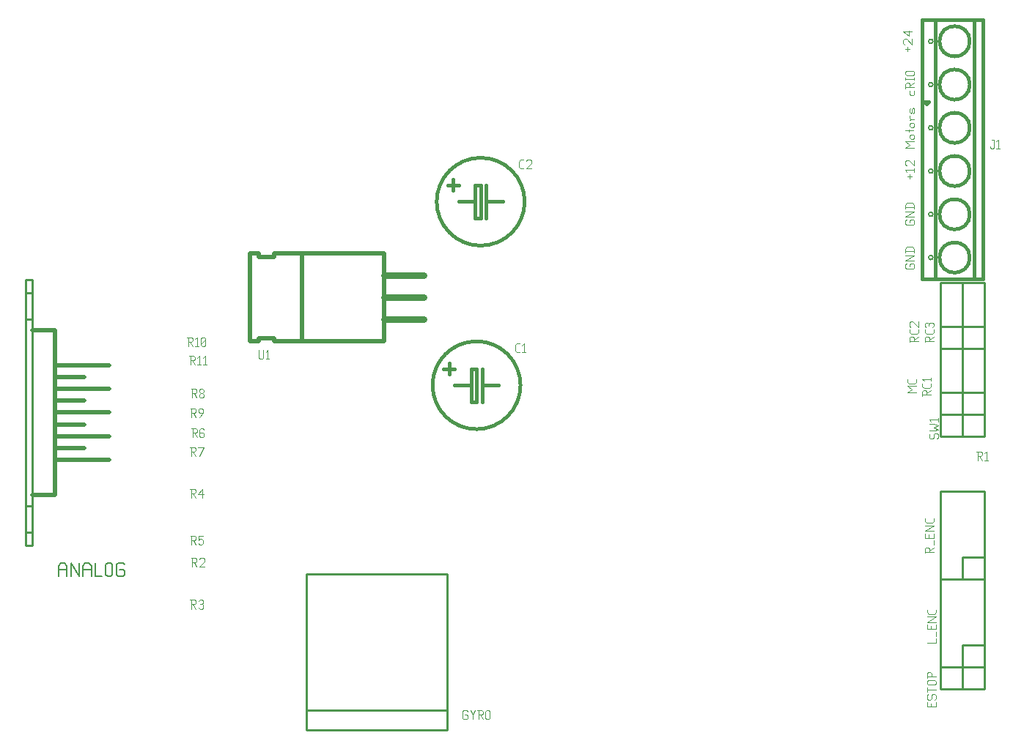
<source format=gbr>
G04 start of page 8 for group -4079 idx -4079 *
G04 Title: (unknown), topsilk *
G04 Creator: pcb 20110918 *
G04 CreationDate: Tue 12 Jun 2012 03:33:29 PM GMT UTC *
G04 For: ed *
G04 Format: Gerber/RS-274X *
G04 PCB-Dimensions: 450000 325000 *
G04 PCB-Coordinate-Origin: lower left *
%MOIN*%
%FSLAX25Y25*%
%LNTOPSILK*%
%ADD79C,0.0042*%
%ADD78C,0.0060*%
%ADD77C,0.0200*%
%ADD76C,0.0300*%
%ADD75C,0.0050*%
%ADD74C,0.0100*%
%ADD73C,0.0150*%
%ADD72C,0.0040*%
G54D72*X403000Y292000D02*Y290500D01*
X403500Y290000D02*X403000Y290500D01*
X403500Y290000D02*X404500D01*
X405000Y290500D01*
Y292000D02*Y290500D01*
X401000Y295200D02*Y293200D01*
Y295200D02*X401500Y295700D01*
X402500D01*
X403000Y295200D02*X402500Y295700D01*
X403000Y295200D02*Y293700D01*
X401000D02*X405000D01*
X403000Y294500D02*X405000Y295700D01*
X401000Y297900D02*Y296900D01*
Y297400D02*X405000D01*
Y297900D02*Y296900D01*
X401500Y299100D02*X404500D01*
X401500D02*X401000Y299600D01*
Y300600D02*Y299600D01*
Y300600D02*X401500Y301100D01*
X404500D01*
X405000Y300600D02*X404500Y301100D01*
X405000Y300600D02*Y299600D01*
X404500Y299100D02*X405000Y299600D01*
X402000Y312000D02*Y310000D01*
X401000Y311000D02*X403000D01*
X400500Y313200D02*X400000Y313700D01*
Y315200D02*Y313700D01*
Y315200D02*X400500Y315700D01*
X401500D01*
X404000Y313200D02*X401500Y315700D01*
X404000D02*Y313200D01*
X402500Y316900D02*X400000Y318900D01*
X402500Y319400D02*Y316900D01*
X400000Y318900D02*X404000D01*
X401000Y233000D02*X401500Y233500D01*
X401000Y233000D02*Y231500D01*
X401500Y231000D02*X401000Y231500D01*
X401500Y231000D02*X404500D01*
X405000Y231500D01*
Y233000D02*Y231500D01*
Y233000D02*X404500Y233500D01*
X403500D02*X404500D01*
X403000Y233000D02*X403500Y233500D01*
X403000Y233000D02*Y232000D01*
X401000Y234700D02*X405000D01*
X401000D02*X405000Y237200D01*
X401000D02*X405000D01*
X401000Y238900D02*X405000D01*
X401000Y240200D02*X401700Y240900D01*
X404300D01*
X405000Y240200D02*X404300Y240900D01*
X405000Y240200D02*Y238400D01*
X401000Y240200D02*Y238400D01*
Y213000D02*X401500Y213500D01*
X401000Y213000D02*Y211500D01*
X401500Y211000D02*X401000Y211500D01*
X401500Y211000D02*X404500D01*
X405000Y211500D01*
Y213000D02*Y211500D01*
Y213000D02*X404500Y213500D01*
X403500D02*X404500D01*
X403000Y213000D02*X403500Y213500D01*
X403000Y213000D02*Y212000D01*
X401000Y214700D02*X405000D01*
X401000D02*X405000Y217200D01*
X401000D02*X405000D01*
X401000Y218900D02*X405000D01*
X401000Y220200D02*X401700Y220900D01*
X404300D01*
X405000Y220200D02*X404300Y220900D01*
X405000Y220200D02*Y218400D01*
X401000Y220200D02*Y218400D01*
Y266000D02*X405000D01*
X401000D02*X403000Y267500D01*
X401000Y269000D01*
X405000D01*
X403500Y270200D02*X404500D01*
X403500D02*X403000Y270700D01*
Y271700D02*Y270700D01*
Y271700D02*X403500Y272200D01*
X404500D01*
X405000Y271700D02*X404500Y272200D01*
X405000Y271700D02*Y270700D01*
X404500Y270200D02*X405000Y270700D01*
X401000Y273900D02*X404500D01*
X405000Y274400D01*
X402500D02*Y273400D01*
X403500Y275400D02*X404500D01*
X403500D02*X403000Y275900D01*
Y276900D02*Y275900D01*
Y276900D02*X403500Y277400D01*
X404500D01*
X405000Y276900D02*X404500Y277400D01*
X405000Y276900D02*Y275900D01*
X404500Y275400D02*X405000Y275900D01*
X403500Y279100D02*X405000D01*
X403500D02*X403000Y279600D01*
Y280600D02*Y279600D01*
Y278600D02*X403500Y279100D01*
X405000Y283800D02*Y282300D01*
Y283800D02*X404500Y284300D01*
X404000Y283800D02*X404500Y284300D01*
X404000Y283800D02*Y282300D01*
X403500Y281800D02*X404000Y282300D01*
X403500Y281800D02*X403000Y282300D01*
Y283800D02*Y282300D01*
Y283800D02*X403500Y284300D01*
X404500Y281800D02*X405000Y282300D01*
X403000Y254000D02*Y252000D01*
X402000Y253000D02*X404000D01*
X401800Y255200D02*X401000Y256000D01*
X405000D01*
Y256700D02*Y255200D01*
X401500Y257900D02*X401000Y258400D01*
Y259900D02*Y258400D01*
Y259900D02*X401500Y260400D01*
X402500D01*
X405000Y257900D02*X402500Y260400D01*
X405000D02*Y257900D01*
G54D73*X193500Y168000D02*Y163000D01*
X191000Y165500D02*X196000D01*
X208500D02*Y150500D01*
X203500Y158000D02*X196000D01*
X208500D02*X216000D01*
X206000Y165500D02*Y150500D01*
X203500D01*
Y165500D01*
X206000D01*
Y178000D02*G75*G03X186000Y158000I0J-20000D01*G01*
X226000D02*G75*G03X206000Y178000I-20000J0D01*G01*
Y138000D02*G75*G03X226000Y158000I0J20000D01*G01*
X186000D02*G75*G03X206000Y138000I20000J0D01*G01*
G54D74*X128500Y10000D02*X192300D01*
X192500Y72000D02*Y1000D01*
X128500Y72000D02*X192500D01*
X128500D02*Y1000D01*
X192500D01*
X436900Y204570D02*Y174570D01*
X426900Y204570D02*X436900D01*
X426900D02*Y174570D01*
X436900D01*
X426900Y184570D02*X436900D01*
X426900D02*Y174570D01*
Y204570D02*Y174570D01*
X416900Y204570D02*X426900D01*
X416900D02*Y174570D01*
X426900D01*
X416900Y184570D02*X426900D01*
X416900D02*Y174570D01*
G54D73*X408652Y324413D02*Y206301D01*
X436211Y324413D02*Y206301D01*
X414557Y324413D02*Y206301D01*
X408652Y324413D02*X436211D01*
X408652Y206301D02*X436211D01*
X432274Y324413D02*Y206301D01*
X410620Y286027D02*X409636Y287011D01*
X411604D01*
X410620Y286027D01*
G54D75*X411605Y314570D02*G75*G03X411605Y314570I984J0D01*G01*
Y294885D02*G75*G03X411605Y294885I984J0D01*G01*
Y275200D02*G75*G03X411605Y275200I984J0D01*G01*
Y255515D02*G75*G03X411605Y255515I984J0D01*G01*
Y235829D02*G75*G03X411605Y235829I984J0D01*G01*
Y216144D02*G75*G03X411605Y216144I984J0D01*G01*
G54D73*X416525Y314570D02*G75*G03X416525Y314570I6890J0D01*G01*
Y294885D02*G75*G03X416525Y294885I6890J0D01*G01*
Y275200D02*G75*G03X416525Y275200I6890J0D01*G01*
Y255515D02*G75*G03X416525Y255515I6890J0D01*G01*
Y235829D02*G75*G03X416525Y235829I6890J0D01*G01*
Y216144D02*G75*G03X416525Y216144I6890J0D01*G01*
G54D74*X426900Y174570D02*Y144570D01*
X416900Y174570D02*X426900D01*
X416900D02*Y144570D01*
X426900D01*
X416900Y154570D02*X426900D01*
X416900D02*Y144570D01*
X436900D02*Y134570D01*
X416900Y144570D02*X436900D01*
X416900D02*Y134570D01*
X436900D01*
X426900Y144570D02*X436900D01*
X426900D02*Y134570D01*
X436900Y174570D02*Y144570D01*
X426900Y174570D02*X436900D01*
X426900D02*Y144570D01*
X436900D01*
X426900Y154570D02*X436900D01*
X426900D02*Y144570D01*
X436900Y29570D02*Y19570D01*
X416900Y29570D02*X436900D01*
X416900D02*Y19570D01*
X436900D01*
X426900Y29570D02*X436900D01*
X426900D02*Y19570D01*
X436900Y69570D02*Y29570D01*
X416900Y69570D02*X436900D01*
X416900D02*Y29570D01*
X436900D01*
X426900Y39570D02*X436900D01*
X426900D02*Y29570D01*
X436900Y109570D02*Y69570D01*
X416900Y109570D02*X436900D01*
X416900D02*Y69570D01*
X436900D01*
X426900Y79570D02*X436900D01*
X426900D02*Y69570D01*
G54D73*X195400Y251570D02*Y246570D01*
X192900Y249070D02*X197900D01*
X210400D02*Y234070D01*
X205400Y241570D02*X197900D01*
X210400D02*X217900D01*
X207900Y249070D02*Y234070D01*
X205400D01*
Y249070D01*
X207900D01*
Y261570D02*G75*G03X187900Y241570I0J-20000D01*G01*
X227900D02*G75*G03X207900Y261570I-20000J0D01*G01*
Y221570D02*G75*G03X227900Y241570I0J20000D01*G01*
X187900D02*G75*G03X207900Y221570I20000J0D01*G01*
G54D76*X164000Y188000D02*X182000D01*
X164000Y198000D02*X182000D01*
X164000Y208000D02*X182000D01*
G54D77*X164000Y218000D02*Y178000D01*
X126500Y218000D02*X164000D01*
X126500D02*Y178000D01*
X164000D01*
X126500Y218000D02*Y178000D01*
X114000Y218000D02*X126500D01*
X114000D02*Y216500D01*
X107000D02*X114000D01*
X107000Y218000D02*Y216500D01*
X103000Y218000D02*X107000D01*
X103000D02*Y178000D01*
X107000D01*
Y179500D02*Y178000D01*
Y179500D02*X114000D01*
Y178000D01*
X126500D01*
G54D74*X900Y206170D02*X3900D01*
Y84970D01*
X900D01*
Y206170D01*
Y200170D02*X3900D01*
X900Y188170D02*X3900D01*
X900Y90970D02*X3900D01*
X900Y102970D02*X3900D01*
G54D77*Y183170D02*X14400D01*
Y107970D01*
X3900D01*
G54D74*Y183170D01*
G54D77*X39000Y123970D02*X14400D01*
X39000Y134770D02*X14400D01*
X39000Y145570D02*X14400D01*
X39000Y156370D02*X14400D01*
X39000Y167170D02*X14400D01*
X27800Y129370D02*X14400D01*
X27800Y140170D02*X14400D01*
X27800Y150970D02*X14400D01*
X27800Y161770D02*X14400D01*
G54D72*X412700Y13070D02*Y11570D01*
X414900Y13570D02*Y11570D01*
X410900D02*X414900D01*
X410900Y13570D02*Y11570D01*
Y16770D02*X411400Y17270D01*
X410900Y16770D02*Y15270D01*
X411400Y14770D02*X410900Y15270D01*
X411400Y14770D02*X412400D01*
X412900Y15270D01*
Y16770D02*Y15270D01*
Y16770D02*X413400Y17270D01*
X414400D01*
X414900Y16770D02*X414400Y17270D01*
X414900Y16770D02*Y15270D01*
X414400Y14770D02*X414900Y15270D01*
X410900Y20470D02*Y18470D01*
Y19470D02*X414900D01*
X411400Y21670D02*X414400D01*
X411400D02*X410900Y22170D01*
Y23170D02*Y22170D01*
Y23170D02*X411400Y23670D01*
X414400D01*
X414900Y23170D02*X414400Y23670D01*
X414900Y23170D02*Y22170D01*
X414400Y21670D02*X414900Y22170D01*
X410900Y25370D02*X414900D01*
X410900Y26870D02*Y24870D01*
Y26870D02*X411400Y27370D01*
X412400D01*
X412900Y26870D02*X412400Y27370D01*
X412900Y26870D02*Y25370D01*
X411900Y135570D02*X412400Y136070D01*
X411900Y135570D02*Y134070D01*
X412400Y133570D02*X411900Y134070D01*
X412400Y133570D02*X413400D01*
X413900Y134070D01*
Y135570D02*Y134070D01*
Y135570D02*X414400Y136070D01*
X415400D01*
X415900Y135570D02*X415400Y136070D01*
X415900Y135570D02*Y134070D01*
X415400Y133570D02*X415900Y134070D01*
X411900Y137270D02*X413900D01*
X415900Y137770D01*
X413900Y138770D01*
X415900Y139770D01*
X413900Y140270D01*
X411900D02*X413900D01*
X412700Y141470D02*X411900Y142270D01*
X415900D01*
Y142970D02*Y141470D01*
X410900Y40570D02*X414900D01*
Y42570D02*Y40570D01*
Y45770D02*Y43770D01*
X412700Y48470D02*Y46970D01*
X414900Y48970D02*Y46970D01*
X410900D02*X414900D01*
X410900Y48970D02*Y46970D01*
Y50170D02*X414900D01*
X410900D02*X414900Y52670D01*
X410900D02*X414900D01*
Y55870D02*Y54570D01*
X414200Y53870D02*X414900Y54570D01*
X411600Y53870D02*X414200D01*
X411600D02*X410900Y54570D01*
Y55870D02*Y54570D01*
X409900Y83570D02*Y81570D01*
Y83570D02*X410400Y84070D01*
X411400D01*
X411900Y83570D02*X411400Y84070D01*
X411900Y83570D02*Y82070D01*
X409900D02*X413900D01*
X411900Y82870D02*X413900Y84070D01*
Y87270D02*Y85270D01*
X411700Y89970D02*Y88470D01*
X413900Y90470D02*Y88470D01*
X409900D02*X413900D01*
X409900Y90470D02*Y88470D01*
Y91670D02*X413900D01*
X409900D02*X413900Y94170D01*
X409900D02*X413900D01*
Y97370D02*Y96070D01*
X413200Y95370D02*X413900Y96070D01*
X410600Y95370D02*X413200D01*
X410600D02*X409900Y96070D01*
Y97370D02*Y96070D01*
X440374Y269698D02*X441174D01*
Y266198D01*
X440674Y265698D02*X441174Y266198D01*
X440174Y265698D02*X440674D01*
X439674Y266198D02*X440174Y265698D01*
X439674Y266698D02*Y266198D01*
X442374Y268898D02*X443174Y269698D01*
Y265698D01*
X442374D02*X443874D01*
X409900Y179570D02*Y177570D01*
Y179570D02*X410400Y180070D01*
X411400D01*
X411900Y179570D02*X411400Y180070D01*
X411900Y179570D02*Y178070D01*
X409900D02*X413900D01*
X411900Y178870D02*X413900Y180070D01*
Y183270D02*Y181970D01*
X413200Y181270D02*X413900Y181970D01*
X410600Y181270D02*X413200D01*
X410600D02*X409900Y181970D01*
Y183270D02*Y181970D01*
X410400Y184470D02*X409900Y184970D01*
Y185970D02*Y184970D01*
Y185970D02*X410400Y186470D01*
X413900Y185970D02*X413400Y186470D01*
X413900Y185970D02*Y184970D01*
X413400Y184470D02*X413900Y184970D01*
X411700Y185970D02*Y184970D01*
X410400Y186470D02*X411200D01*
X412200D02*X413400D01*
X412200D02*X411700Y185970D01*
X411200Y186470D02*X411700Y185970D01*
X402900Y179570D02*Y177570D01*
Y179570D02*X403400Y180070D01*
X404400D01*
X404900Y179570D02*X404400Y180070D01*
X404900Y179570D02*Y178070D01*
X402900D02*X406900D01*
X404900Y178870D02*X406900Y180070D01*
Y183270D02*Y181970D01*
X406200Y181270D02*X406900Y181970D01*
X403600Y181270D02*X406200D01*
X403600D02*X402900Y181970D01*
Y183270D02*Y181970D01*
X403400Y184470D02*X402900Y184970D01*
Y186470D02*Y184970D01*
Y186470D02*X403400Y186970D01*
X404400D01*
X406900Y184470D02*X404400Y186970D01*
X406900D02*Y184470D01*
X401900Y154570D02*X405900D01*
X401900D02*X403900Y156070D01*
X401900Y157570D01*
X405900D01*
Y160770D02*Y159470D01*
X405200Y158770D02*X405900Y159470D01*
X402600Y158770D02*X405200D01*
X402600D02*X401900Y159470D01*
Y160770D02*Y159470D01*
X408800Y155140D02*Y153140D01*
Y155140D02*X409300Y155640D01*
X410300D01*
X410800Y155140D02*X410300Y155640D01*
X410800Y155140D02*Y153640D01*
X408800D02*X412800D01*
X410800Y154440D02*X412800Y155640D01*
Y158840D02*Y157540D01*
X412100Y156840D02*X412800Y157540D01*
X409500Y156840D02*X412100D01*
X409500D02*X408800Y157540D01*
Y158840D02*Y157540D01*
X409600Y160040D02*X408800Y160840D01*
X412800D01*
Y161540D02*Y160040D01*
X433438Y127820D02*X435438D01*
X435938Y127320D01*
Y126320D01*
X435438Y125820D02*X435938Y126320D01*
X433938Y125820D02*X435438D01*
X433938Y127820D02*Y123820D01*
X434738Y125820D02*X435938Y123820D01*
X437138Y127020D02*X437938Y127820D01*
Y123820D01*
X437138D02*X438638D01*
X224200Y173000D02*X225500D01*
X223500Y173700D02*X224200Y173000D01*
X223500Y176300D02*Y173700D01*
Y176300D02*X224200Y177000D01*
X225500D01*
X226700Y176200D02*X227500Y177000D01*
Y173000D01*
X226700D02*X228200D01*
X201500Y10000D02*X202000Y9500D01*
X200000Y10000D02*X201500D01*
X199500Y9500D02*X200000Y10000D01*
X199500Y9500D02*Y6500D01*
X200000Y6000D01*
X201500D01*
X202000Y6500D01*
Y7500D02*Y6500D01*
X201500Y8000D02*X202000Y7500D01*
X200500Y8000D02*X201500D01*
X203200Y10000D02*X204200Y8000D01*
X205200Y10000D01*
X204200Y8000D02*Y6000D01*
X206400Y10000D02*X208400D01*
X208900Y9500D01*
Y8500D01*
X208400Y8000D02*X208900Y8500D01*
X206900Y8000D02*X208400D01*
X206900Y10000D02*Y6000D01*
X207700Y8000D02*X208900Y6000D01*
X210100Y9500D02*Y6500D01*
Y9500D02*X210600Y10000D01*
X211600D01*
X212100Y9500D01*
Y6500D01*
X211600Y6000D02*X212100Y6500D01*
X210600Y6000D02*X211600D01*
X210100Y6500D02*X210600Y6000D01*
X226100Y256570D02*X227400D01*
X225400Y257270D02*X226100Y256570D01*
X225400Y259870D02*Y257270D01*
Y259870D02*X226100Y260570D01*
X227400D01*
X228600Y260070D02*X229100Y260570D01*
X230600D01*
X231100Y260070D01*
Y259070D01*
X228600Y256570D02*X231100Y259070D01*
X228600Y256570D02*X231100D01*
X107000Y174000D02*Y170500D01*
X107500Y170000D01*
X108500D01*
X109000Y170500D01*
Y174000D02*Y170500D01*
X110200Y173200D02*X111000Y174000D01*
Y170000D01*
X110200D02*X111700D01*
X75327Y171290D02*X77327D01*
X77827Y170790D01*
Y169790D01*
X77327Y169290D02*X77827Y169790D01*
X75827Y169290D02*X77327D01*
X75827Y171290D02*Y167290D01*
X76627Y169290D02*X77827Y167290D01*
X79027Y170490D02*X79827Y171290D01*
Y167290D01*
X79027D02*X80527D01*
X81727Y170490D02*X82527Y171290D01*
Y167290D01*
X81727D02*X83227D01*
X74309Y179720D02*X76309D01*
X76809Y179220D01*
Y178220D01*
X76309Y177720D02*X76809Y178220D01*
X74809Y177720D02*X76309D01*
X74809Y179720D02*Y175720D01*
X75609Y177720D02*X76809Y175720D01*
X78009Y178920D02*X78809Y179720D01*
Y175720D01*
X78009D02*X79509D01*
X80709Y176220D02*X81209Y175720D01*
X80709Y179220D02*Y176220D01*
Y179220D02*X81209Y179720D01*
X82209D01*
X82709Y179220D01*
Y176220D01*
X82209Y175720D02*X82709Y176220D01*
X81209Y175720D02*X82209D01*
X80709Y176720D02*X82709Y178720D01*
G54D78*X15970Y75600D02*Y71100D01*
Y75600D02*X17020Y77100D01*
X18670D01*
X19720Y75600D01*
Y71100D01*
X15970Y74100D02*X19720D01*
X21520Y77100D02*Y71100D01*
Y77100D02*X25270Y71100D01*
Y77100D02*Y71100D01*
X27070Y75600D02*Y71100D01*
Y75600D02*X28120Y77100D01*
X29770D01*
X30820Y75600D01*
Y71100D01*
X27070Y74100D02*X30820D01*
X32620Y77100D02*Y71100D01*
X35620D01*
X37420Y76350D02*Y71850D01*
Y76350D02*X38170Y77100D01*
X39670D01*
X40420Y76350D01*
Y71850D01*
X39670Y71100D02*X40420Y71850D01*
X38170Y71100D02*X39670D01*
X37420Y71850D02*X38170Y71100D01*
X45220Y77100D02*X45970Y76350D01*
X42970Y77100D02*X45220D01*
X42220Y76350D02*X42970Y77100D01*
X42220Y76350D02*Y71850D01*
X42970Y71100D01*
X45220D01*
X45970Y71850D01*
Y73350D02*Y71850D01*
X45220Y74100D02*X45970Y73350D01*
X43720Y74100D02*X45220D01*
G54D72*X75891Y89430D02*X77891D01*
X78391Y88930D01*
Y87930D01*
X77891Y87430D02*X78391Y87930D01*
X76391Y87430D02*X77891D01*
X76391Y89430D02*Y85430D01*
X77191Y87430D02*X78391Y85430D01*
X79591Y89430D02*X81591D01*
X79591D02*Y87430D01*
X80091Y87930D01*
X81091D01*
X81591Y87430D01*
Y85930D01*
X81091Y85430D02*X81591Y85930D01*
X80091Y85430D02*X81091D01*
X79591Y85930D02*X80091Y85430D01*
X76209Y79290D02*X78209D01*
X78709Y78790D01*
Y77790D01*
X78209Y77290D02*X78709Y77790D01*
X76709Y77290D02*X78209D01*
X76709Y79290D02*Y75290D01*
X77509Y77290D02*X78709Y75290D01*
X79909Y78790D02*X80409Y79290D01*
X81909D01*
X82409Y78790D01*
Y77790D01*
X79909Y75290D02*X82409Y77790D01*
X79909Y75290D02*X82409D01*
G54D79*X75773Y60380D02*X77873D01*
X78398Y59855D01*
Y58805D01*
X77873Y58280D02*X78398Y58805D01*
X76298Y58280D02*X77873D01*
X76298Y60380D02*Y56180D01*
X77138Y58280D02*X78398Y56180D01*
X79658Y59855D02*X80183Y60380D01*
X81233D01*
X81758Y59855D01*
X81233Y56180D02*X81758Y56705D01*
X80183Y56180D02*X81233D01*
X79658Y56705D02*X80183Y56180D01*
Y58490D02*X81233D01*
X81758Y59855D02*Y59015D01*
Y57965D02*Y56705D01*
Y57965D02*X81233Y58490D01*
X81758Y59015D02*X81233Y58490D01*
G54D72*X75750Y110720D02*X77750D01*
X78250Y110220D01*
Y109220D01*
X77750Y108720D02*X78250Y109220D01*
X76250Y108720D02*X77750D01*
X76250Y110720D02*Y106720D01*
X77050Y108720D02*X78250Y106720D01*
X79450Y108220D02*X81450Y110720D01*
X79450Y108220D02*X81950D01*
X81450Y110720D02*Y106720D01*
X76327Y138290D02*X78327D01*
X78827Y137790D01*
Y136790D01*
X78327Y136290D02*X78827Y136790D01*
X76827Y136290D02*X78327D01*
X76827Y138290D02*Y134290D01*
X77627Y136290D02*X78827Y134290D01*
X81527Y138290D02*X82027Y137790D01*
X80527Y138290D02*X81527D01*
X80027Y137790D02*X80527Y138290D01*
X80027Y137790D02*Y134790D01*
X80527Y134290D01*
X81527Y136490D02*X82027Y135990D01*
X80027Y136490D02*X81527D01*
X80527Y134290D02*X81527D01*
X82027Y134790D01*
Y135990D02*Y134790D01*
X75886Y147526D02*X77886D01*
X78386Y147026D01*
Y146026D01*
X77886Y145526D02*X78386Y146026D01*
X76386Y145526D02*X77886D01*
X76386Y147526D02*Y143526D01*
X77186Y145526D02*X78386Y143526D01*
X80086D02*X81586Y145526D01*
Y147026D02*Y145526D01*
X81086Y147526D02*X81586Y147026D01*
X80086Y147526D02*X81086D01*
X79586Y147026D02*X80086Y147526D01*
X79586Y147026D02*Y146026D01*
X80086Y145526D01*
X81586D01*
X76209Y156290D02*X78209D01*
X78709Y155790D01*
Y154790D01*
X78209Y154290D02*X78709Y154790D01*
X76709Y154290D02*X78209D01*
X76709Y156290D02*Y152290D01*
X77509Y154290D02*X78709Y152290D01*
X79909Y152790D02*X80409Y152290D01*
X79909Y153590D02*Y152790D01*
Y153590D02*X80609Y154290D01*
X81209D01*
X81909Y153590D01*
Y152790D01*
X81409Y152290D02*X81909Y152790D01*
X80409Y152290D02*X81409D01*
X79909Y154990D02*X80609Y154290D01*
X79909Y155790D02*Y154990D01*
Y155790D02*X80409Y156290D01*
X81409D01*
X81909Y155790D01*
Y154990D01*
X81209Y154290D02*X81909Y154990D01*
X75728Y129756D02*X77728D01*
X78228Y129256D01*
Y128256D01*
X77728Y127756D02*X78228Y128256D01*
X76228Y127756D02*X77728D01*
X76228Y129756D02*Y125756D01*
X77028Y127756D02*X78228Y125756D01*
X79928D02*X81928Y129756D01*
X79428D02*X81928D01*
M02*

</source>
